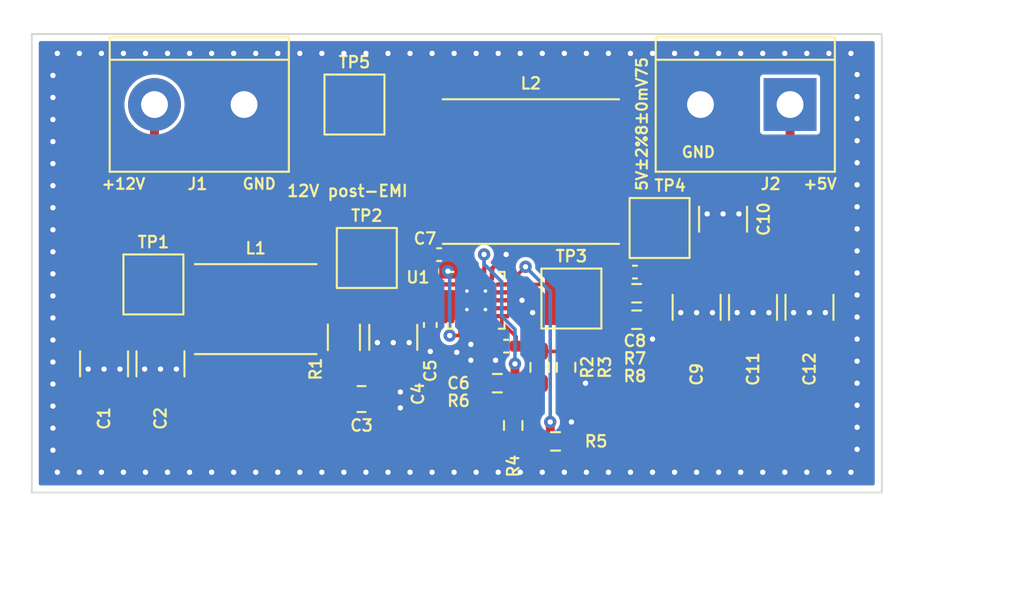
<source format=kicad_pcb>
(kicad_pcb (version 20210925) (generator pcbnew)
  (layers (0 "F.Cu" signal) (31 "B.Cu" signal) (34 "B.Paste" user) (35 "F.Paste" user) (36 "B.SilkS" user "B.Silkscreen") (37 "F.SilkS" user "F.Silkscreen") (38 "B.Mask" user) (39 "F.Mask" user) (44 "Edge.Cuts" user))
  (net 0 "")
  (net 1 "+12V")
  (net 2 "GND")
  (net 3 "Net-(C3-Pad1)")
  (net 4 "Vin")
  (net 5 "Net-(C6-Pad1)")
  (net 6 "/SW")
  (net 7 "Net-(C7-Pad2)")
  (net 8 "+5V")
  (net 9 "/FB")
  (net 10 "/EN")
  (net 11 "Net-(R4-Pad1)")
  (net 12 "/Mode")
  (net 13 "Net-(R6-Pad2)")
  (footprint "Resistor_SMD:R_0603_1608Metric_Pad0.98x0.95mm_HandSolder" (layer "F.Cu") (at 2.1 7.1 -90)
    (fp_text reference "R4" (at 2.3 0 90) (layer "F.SilkS") (effects (font (size 0.65 0.65) (thickness 0.125))))
    (fp_text value "150K")
    (fp_line (start -0.254724 -0.5225) (end 0.254724 -0.5225) (layer "F.SilkS") (width 0.12))
    (fp_line (start -0.254724 0.5225) (end 0.254724 0.5225) (layer "F.SilkS") (width 0.12))
    (pad "1" smd roundrect locked (at -0.9125 0 270) (size 0.975 0.95) (layers "F.Cu" "F.Paste" "F.Mask") (net 11 "Net-(R4-Pad1)"))
    (pad "2" smd roundrect locked (at 0.9125 0 270) (size 0.975 0.95) (layers "F.Cu" "F.Paste" "F.Mask") (net 12 "/Mode"))
  )
  (footprint "Capacitor_SMD:C_1210_3225Metric_Pad1.33x2.70mm_HandSolder" (layer "F.Cu") (at -21.1 3.6 -90)
    (fp_text reference "C1" (at 3.1 0 90) (layer "F.SilkS") (effects (font (size 0.65 0.65) (thickness 0.125))))
    (fp_text value "47u")
    (fp_line (start -0.711252 1.36) (end 0.711252 1.36) (layer "F.SilkS") (width 0.12))
    (fp_line (start -0.711252 -1.36) (end 0.711252 -1.36) (layer "F.SilkS") (width 0.12))
    (pad "1" smd roundrect locked (at -1.5625 0 270) (size 1.325 2.7) (layers "F.Cu" "F.Paste" "F.Mask") (roundrect_rratio 0.188679) (net 1 "+12V"))
    (pad "2" smd roundrect locked (at 1.5625 0 270) (size 1.325 2.7) (layers "F.Cu" "F.Paste" "F.Mask") (roundrect_rratio 0.188679) (net 2 "GND"))
  )
  (footprint "Capacitor_SMD:C_0402_1005Metric_Pad0.74x0.62mm_HandSolder" (layer "F.Cu") (at 1.7 2.6 180)
    (fp_text reference "C6" (at 2.7 -2.1) (layer "F.SilkS") (effects (font (size 0.65 0.65) (thickness 0.125))))
    (fp_text value "39n")
    (fp_line (start -0.115835 0.36) (end 0.115835 0.36) (layer "F.SilkS") (width 0.12))
    (fp_line (start -0.115835 -0.36) (end 0.115835 -0.36) (layer "F.SilkS") (width 0.12))
    (pad "1" smd roundrect locked (at -0.5675 0 180) (size 0.735 0.62) (layers "F.Cu" "F.Paste" "F.Mask") (net 5 "Net-(C6-Pad1)"))
    (pad "2" smd roundrect locked (at 0.5675 0 180) (size 0.735 0.62) (layers "F.Cu" "F.Paste" "F.Mask") (net 2 "GND"))
  )
  (footprint "Capacitor_SMD:C_1210_3225Metric_Pad1.33x2.70mm_HandSolder" (layer "F.Cu") (at -4.7 2.1 -90)
    (fp_text reference "C4" (at 3.2 -1.4 90) (layer "F.SilkS") (effects (font (size 0.65 0.65) (thickness 0.125))))
    (fp_text value "47u")
    (fp_line (start -0.711252 -1.36) (end 0.711252 -1.36) (layer "F.SilkS") (width 0.12))
    (fp_line (start -0.711252 1.36) (end 0.711252 1.36) (layer "F.SilkS") (width 0.12))
    (pad "1" smd roundrect locked (at -1.5625 0 270) (size 1.325 2.7) (layers "F.Cu" "F.Paste" "F.Mask") (roundrect_rratio 0.188679) (net 4 "Vin"))
    (pad "2" smd roundrect locked (at 1.5625 0 270) (size 1.325 2.7) (layers "F.Cu" "F.Paste" "F.Mask") (roundrect_rratio 0.188679) (net 2 "GND"))
  )
  (footprint "Resistor_SMD:R_1206_3216Metric_Pad1.30x1.75mm_HandSolder" (layer "F.Cu") (at -7.5 2.1 -90)
    (fp_text reference "R1" (at 1.8 1.6 90) (layer "F.SilkS") (effects (font (size 0.65 0.65) (thickness 0.125))))
    (fp_text value "100L")
    (fp_line (start -0.727064 0.91) (end 0.727064 0.91) (layer "F.SilkS") (width 0.12))
    (fp_line (start -0.727064 -0.91) (end 0.727064 -0.91) (layer "F.SilkS") (width 0.12))
    (pad "1" smd roundrect locked (at -1.55 0 270) (size 1.3 1.75) (layers "F.Cu" "F.Paste" "F.Mask") (roundrect_rratio 0.192308) (net 4 "Vin"))
    (pad "2" smd roundrect locked (at 1.55 0 270) (size 1.3 1.75) (layers "F.Cu" "F.Paste" "F.Mask") (roundrect_rratio 0.192308) (net 3 "Net-(C3-Pad1)"))
  )
  (footprint "Inductor_SMD:L_Taiyo-Yuden_NR-80xx_HandSoldering" (layer "F.Cu") (at 3.1 -7.3)
    (fp_text reference "L2" (at 0 -5) (layer "F.SilkS") (effects (font (size 0.65 0.65) (thickness 0.125))))
    (fp_text value "10u")
    (fp_line (start -5 4.1) (end 5 4.1) (layer "F.SilkS") (width 0.12))
    (fp_line (start -5 -4.1) (end 5 -4.1) (layer "F.SilkS") (width 0.12))
    (pad "1" smd rect locked (at -3.45 0) (size 3.1 7.7) (layers "F.Cu" "F.Paste" "F.Mask") (net 6 "/SW"))
    (pad "2" smd rect locked (at 3.45 0) (size 3.1 7.7) (layers "F.Cu" "F.Paste" "F.Mask") (net 8 "+5V"))
  )
  (footprint "Capacitor_SMD:C_1210_3225Metric_Pad1.33x2.70mm_HandSolder" (layer "F.Cu") (at 12.5 0.4 -90)
    (fp_text reference "C9" (at 3.8 0 90) (layer "F.SilkS") (effects (font (size 0.65 0.65) (thickness 0.125))))
    (fp_text value "47u")
    (fp_line (start -0.711252 -1.36) (end 0.711252 -1.36) (layer "F.SilkS") (width 0.12))
    (fp_line (start -0.711252 1.36) (end 0.711252 1.36) (layer "F.SilkS") (width 0.12))
    (pad "1" smd roundrect locked (at -1.5625 0 270) (size 1.325 2.7) (layers "F.Cu" "F.Paste" "F.Mask") (roundrect_rratio 0.188679) (net 8 "+5V"))
    (pad "2" smd roundrect locked (at 1.5625 0 270) (size 1.325 2.7) (layers "F.Cu" "F.Paste" "F.Mask") (roundrect_rratio 0.188679) (net 2 "GND"))
  )
  (footprint "Resistor_SMD:R_0603_1608Metric_Pad0.98x0.95mm_HandSolder" (layer "F.Cu") (at 5.1 3.8 -90)
    (fp_text reference "R3" (at 0 -2.2 90) (layer "F.SilkS") (effects (font (size 0.65 0.65) (thickness 0.125))))
    (fp_text value "5K1")
    (fp_line (start -0.254724 -0.5225) (end 0.254724 -0.5225) (layer "F.SilkS") (width 0.12))
    (fp_line (start -0.254724 0.5225) (end 0.254724 0.5225) (layer "F.SilkS") (width 0.12))
    (pad "1" smd roundrect locked (at -0.9125 0 270) (size 0.975 0.95) (layers "F.Cu" "F.Paste" "F.Mask") (net 10 "/EN"))
    (pad "2" smd roundrect locked (at 0.9125 0 270) (size 0.975 0.95) (layers "F.Cu" "F.Paste" "F.Mask") (net 2 "GND"))
  )
  (footprint "Resistor_SMD:R_0603_1608Metric_Pad0.98x0.95mm_HandSolder" (layer "F.Cu") (at 1.2 4.7 180)
    (fp_text reference "R6" (at 2.2 -1) (layer "F.SilkS") (effects (font (size 0.65 0.65) (thickness 0.125))))
    (fp_text value "100K")
    (fp_line (start -0.254724 -0.5225) (end 0.254724 -0.5225) (layer "F.SilkS") (width 0.12))
    (fp_line (start -0.254724 0.5225) (end 0.254724 0.5225) (layer "F.SilkS") (width 0.12))
    (pad "1" smd roundrect locked (at -0.9125 0 180) (size 0.975 0.95) (layers "F.Cu" "F.Paste" "F.Mask") (net 11 "Net-(R4-Pad1)"))
    (pad "2" smd roundrect locked (at 0.9125 0 180) (size 0.975 0.95) (layers "F.Cu" "F.Paste" "F.Mask") (net 13 "Net-(R6-Pad2)"))
  )
  (footprint "TestPoint:TestPoint_Pad_3.0x3.0mm" (layer "F.Cu") (at -18.3 -0.9)
    (fp_text reference "TP1" (at 0 -2.398) (layer "F.SilkS") (effects (font (size 0.65 0.65) (thickness 0.125))))
    (fp_text value "12V")
    (fp_line (start 1.7 1.7) (end -1.7 1.7) (layer "F.SilkS") (width 0.12))
    (fp_line (start -1.7 1.7) (end -1.7 -1.7) (layer "F.SilkS") (width 0.12))
    (fp_line (start -1.7 -1.7) (end 1.7 -1.7) (layer "F.SilkS") (width 0.12))
    (fp_line (start 1.7 -1.7) (end 1.7 1.7) (layer "F.SilkS") (width 0.12))
    (pad "1" smd rect locked (at 0 0) (size 3 3) (layers "F.Cu" "F.Mask") (net 1 "+12V"))
  )
  (footprint "Capacitor_SMD:C_0402_1005Metric_Pad0.74x0.62mm_HandSolder" (layer "F.Cu") (at 9 -1.6 180)
    (fp_text reference "C8" (at 0 -3.9) (layer "F.SilkS") (effects (font (size 0.65 0.65) (thickness 0.125))))
    (fp_text value "47p")
    (fp_line (start -0.115835 0.36) (end 0.115835 0.36) (layer "F.SilkS") (width 0.12))
    (fp_line (start -0.115835 -0.36) (end 0.115835 -0.36) (layer "F.SilkS") (width 0.12))
    (pad "1" smd roundrect locked (at -0.5675 0 180) (size 0.735 0.62) (layers "F.Cu" "F.Paste" "F.Mask") (net 8 "+5V"))
    (pad "2" smd roundrect locked (at 0.5675 0 180) (size 0.735 0.62) (layers "F.Cu" "F.Paste" "F.Mask") (net 9 "/FB"))
  )
  (footprint "Capacitor_SMD:C_1210_3225Metric_Pad1.33x2.70mm_HandSolder" (layer "F.Cu") (at 18.9 0.4 -90)
    (fp_text reference "C12" (at 3.5 0 90) (layer "F.SilkS") (effects (font (size 0.65 0.65) (thickness 0.125))))
    (fp_text value "47u")
    (fp_line (start -0.711252 -1.36) (end 0.711252 -1.36) (layer "F.SilkS") (width 0.12))
    (fp_line (start -0.711252 1.36) (end 0.711252 1.36) (layer "F.SilkS") (width 0.12))
    (pad "1" smd roundrect locked (at -1.5625 0 270) (size 1.325 2.7) (layers "F.Cu" "F.Paste" "F.Mask") (roundrect_rratio 0.188679) (net 8 "+5V"))
    (pad "2" smd roundrect locked (at 1.5625 0 270) (size 1.325 2.7) (layers "F.Cu" "F.Paste" "F.Mask") (roundrect_rratio 0.188679) (net 2 "GND"))
  )
  (footprint "Resistor_SMD:R_0603_1608Metric_Pad0.98x0.95mm_HandSolder" (layer "F.Cu") (at 4.5 8)
    (fp_text reference "R5" (at 2.3 0) (layer "F.SilkS") (effects (font (size 0.65 0.65) (thickness 0.125))))
    (fp_text value "33K")
    (fp_line (start -0.254724 0.5225) (end 0.254724 0.5225) (layer "F.SilkS") (width 0.12))
    (fp_line (start -0.254724 -0.5225) (end 0.254724 -0.5225) (layer "F.SilkS") (width 0.12))
    (pad "1" smd roundrect locked (at -0.9125 0) (size 0.975 0.95) (layers "F.Cu" "F.Paste" "F.Mask") (net 12 "/Mode"))
    (pad "2" smd roundrect locked (at 0.9125 0) (size 0.975 0.95) (layers "F.Cu" "F.Paste" "F.Mask") (net 2 "GND"))
  )
  (footprint "Capacitor_SMD:C_1210_3225Metric_Pad1.33x2.70mm_HandSolder" (layer "F.Cu") (at 15.7 0.4 -90)
    (fp_text reference "C11" (at 3.5 0 90) (layer "F.SilkS") (effects (font (size 0.65 0.65) (thickness 0.125))))
    (fp_text value "47u")
    (fp_line (start -0.711252 -1.36) (end 0.711252 -1.36) (layer "F.SilkS") (width 0.12))
    (fp_line (start -0.711252 1.36) (end 0.711252 1.36) (layer "F.SilkS") (width 0.12))
    (pad "1" smd roundrect locked (at -1.5625 0 270) (size 1.325 2.7) (layers "F.Cu" "F.Paste" "F.Mask") (roundrect_rratio 0.188679) (net 8 "+5V"))
    (pad "2" smd roundrect locked (at 1.5625 0 270) (size 1.325 2.7) (layers "F.Cu" "F.Paste" "F.Mask") (roundrect_rratio 0.188679) (net 2 "GND"))
  )
  (footprint "Resistor_SMD:R_0603_1608Metric_Pad0.98x0.95mm_HandSolder" (layer "F.Cu") (at 9.1 -0.4 180)
    (fp_text reference "R7" (at 0.1 -3.7) (layer "F.SilkS") (effects (font (size 0.65 0.65) (thickness 0.125))))
    (fp_text value "220K")
    (fp_line (start -0.254724 0.5225) (end 0.254724 0.5225) (layer "F.SilkS") (width 0.12))
    (fp_line (start -0.254724 -0.5225) (end 0.254724 -0.5225) (layer "F.SilkS") (width 0.12))
    (pad "1" smd roundrect locked (at -0.9125 0 180) (size 0.975 0.95) (layers "F.Cu" "F.Paste" "F.Mask") (net 8 "+5V"))
    (pad "2" smd roundrect locked (at 0.9125 0 180) (size 0.975 0.95) (layers "F.Cu" "F.Paste" "F.Mask") (net 9 "/FB"))
  )
  (footprint "Resistor_SMD:R_0603_1608Metric_Pad0.98x0.95mm_HandSolder" (layer "F.Cu") (at 9.1 1.1)
    (fp_text reference "R8" (at -0.1 3.2) (layer "F.SilkS") (effects (font (size 0.65 0.65) (thickness 0.125))))
    (fp_text value "30K")
    (fp_line (start -0.254724 0.5225) (end 0.254724 0.5225) (layer "F.SilkS") (width 0.12))
    (fp_line (start -0.254724 -0.5225) (end 0.254724 -0.5225) (layer "F.SilkS") (width 0.12))
    (pad "1" smd roundrect locked (at -0.9125 0) (size 0.975 0.95) (layers "F.Cu" "F.Paste" "F.Mask") (net 9 "/FB"))
    (pad "2" smd roundrect locked (at 0.9125 0) (size 0.975 0.95) (layers "F.Cu" "F.Paste" "F.Mask") (net 2 "GND"))
  )
  (footprint "Capacitor_SMD:C_1210_3225Metric_Pad1.33x2.70mm_HandSolder" (layer "F.Cu") (at -17.9 3.6 -90)
    (fp_text reference "C2" (at 3.1 0 90) (layer "F.SilkS") (effects (font (size 0.65 0.65) (thickness 0.125))))
    (fp_text value "47u")
    (fp_line (start -0.711252 -1.36) (end 0.711252 -1.36) (layer "F.SilkS") (width 0.12))
    (fp_line (start -0.711252 1.36) (end 0.711252 1.36) (layer "F.SilkS") (width 0.12))
    (pad "1" smd roundrect locked (at -1.5625 0 270) (size 1.325 2.7) (layers "F.Cu" "F.Paste" "F.Mask") (roundrect_rratio 0.188679) (net 1 "+12V"))
    (pad "2" smd roundrect locked (at 1.5625 0 270) (size 1.325 2.7) (layers "F.Cu" "F.Paste" "F.Mask") (roundrect_rratio 0.188679) (net 2 "GND"))
  )
  (footprint "Capacitor_SMD:C_1210_3225Metric_Pad1.33x2.70mm_HandSolder" (layer "F.Cu") (at 14 -4.6 90)
    (fp_text reference "C10" (at 0 2.3 90) (layer "F.SilkS") (effects (font (size 0.65 0.65) (thickness 0.125))))
    (fp_text value "47u")
    (fp_line (start -0.711252 -1.36) (end 0.711252 -1.36) (layer "F.SilkS") (width 0.12))
    (fp_line (start -0.711252 1.36) (end 0.711252 1.36) (layer "F.SilkS") (width 0.12))
    (pad "1" smd roundrect locked (at -1.5625 0 90) (size 1.325 2.7) (layers "F.Cu" "F.Paste" "F.Mask") (roundrect_rratio 0.188679) (net 8 "+5V"))
    (pad "2" smd roundrect locked (at 1.5625 0 90) (size 1.325 2.7) (layers "F.Cu" "F.Paste" "F.Mask") (roundrect_rratio 0.188679) (net 2 "GND"))
  )
  (footprint "TestPoint:TestPoint_Pad_3.0x3.0mm" (layer "F.Cu") (at 10.4 -4.1)
    (fp_text reference "TP4" (at 0.6 -2.4) (layer "F.SilkS") (effects (font (size 0.65 0.65) (thickness 0.125))))
    (fp_text value "5V±2%8±0mV75" (at -1 -5.9 90) (layer "F.SilkS") (effects (font (size 0.61 0.61) (thickness 0.125))))
    (fp_line (start -1.7 1.7) (end -1.7 -1.7) (layer "F.SilkS") (width 0.12))
    (fp_line (start -1.7 -1.7) (end 1.7 -1.7) (layer "F.SilkS") (width 0.12))
    (fp_line (start 1.7 1.7) (end -1.7 1.7) (layer "F.SilkS") (width 0.12))
    (fp_line (start 1.7 -1.7) (end 1.7 1.7) (layer "F.SilkS") (width 0.12))
    (pad "1" smd rect locked (at 0 0) (size 3 3) (layers "F.Cu" "F.Mask") (net 8 "+5V"))
  )
  (footprint "Resistor_SMD:R_0805_2012Metric_Pad1.20x1.40mm_HandSolder" (layer "F.Cu") (at -6.5 5.6)
    (fp_text reference "C3" (at 0 1.5) (layer "F.SilkS") (effects (font (size 0.65 0.65) (thickness 0.125))))
    (fp_text value "22u")
    (fp_line (start -0.227064 0.735) (end 0.227064 0.735) (layer "F.SilkS") (width 0.12))
    (fp_line (start -0.227064 -0.735) (end 0.227064 -0.735) (layer "F.SilkS") (width 0.12))
    (pad "1" smd roundrect locked (at -1 0) (size 1.2 1.4) (layers "F.Cu" "F.Paste" "F.Mask") (roundrect_rratio 0.208333) (net 3 "Net-(C3-Pad1)"))
    (pad "2" smd roundrect locked (at 1 0) (size 1.2 1.4) (layers "F.Cu" "F.Paste" "F.Mask") (roundrect_rratio 0.208333) (net 2 "GND"))
  )
  (footprint "Capacitor_SMD:C_0402_1005Metric_Pad0.74x0.62mm_HandSolder" (layer "F.Cu") (at -2.6 1.4 -90)
    (fp_text reference "C5" (at 2.6 0 90) (layer "F.SilkS") (effects (font (size 0.65 0.65) (thickness 0.125))))
    (fp_text value "100n")
    (fp_line (start -0.115835 -0.36) (end 0.115835 -0.36) (layer "F.SilkS") (width 0.12))
    (fp_line (start -0.115835 0.36) (end 0.115835 0.36) (layer "F.SilkS") (width 0.12))
    (pad "1" smd roundrect locked (at -0.5675 0 270) (size 0.735 0.62) (layers "F.Cu" "F.Paste" "F.Mask") (net 4 "Vin"))
    (pad "2" smd roundrect locked (at 0.5675 0 270) (size 0.735 0.62) (layers "F.Cu" "F.Paste" "F.Mask") (net 2 "GND"))
  )
  (footprint "TerminalBlock:TerminalBlock_bornier-2_P5.08mm" (layer "F.Cu") (at 17.8 -11.1 180)
    (fp_text reference "J2" (at 1.1 -4.5) (layer "F.SilkS") (effects (font (size 0.65 0.65) (thickness 0.125))))
    (fp_text value "Screw_Terminal_01x02")
    (fp_line (start -2.54 -3.81) (end -2.54 3.81) (layer "F.SilkS") (width 0.12))
    (fp_line (start 7.62 3.81) (end 7.62 -3.81) (layer "F.SilkS") (width 0.12))
    (fp_line (start -2.54 3.81) (end 7.62 3.81) (layer "F.SilkS") (width 0.12))
    (fp_line (start 7.62 2.54) (end -2.54 2.54) (layer "F.SilkS") (width 0.12))
    (fp_line (start 7.62 -3.81) (end -2.54 -3.81) (layer "F.SilkS") (width 0.12))
    (pad "1" thru_hole rect locked (at 0 0 180) (size 3 3) (drill 1.52) (layers *.Cu *.Mask) (net 8 "+5V"))
    (pad "2" thru_hole circle locked (at 5.08 0 180) (size 3 3) (drill 1.52) (layers *.Cu *.Mask) (net 2 "GND"))
  )
  (footprint "Inductor_SMD:L_Taiyo-Yuden_NR-50xx_HandSoldering" (layer "F.Cu") (at -12.5 0.5)
    (fp_text reference "L1" (at 0 -3.45) (layer "F.SilkS") (effects (font (size 0.65 0.65) (thickness 0.125))))
    (fp_text value "470n")
    (fp_line (start -3.45 -2.55) (end 3.45 -2.55) (layer "F.SilkS") (width 0.12))
    (fp_line (start -3.45 2.55) (end 3.45 2.55) (layer "F.SilkS") (width 0.12))
    (pad "1" smd rect locked (at -2.25 0) (size 2.4 4.2) (layers "F.Cu" "F.Paste" "F.Mask") (net 1 "+12V"))
    (pad "2" smd rect locked (at 2.25 0) (size 2.4 4.2) (layers "F.Cu" "F.Paste" "F.Mask") (net 4 "Vin"))
  )
  (footprint "TestPoint:TestPoint_Pad_3.0x3.0mm" (layer "F.Cu") (at 5.4 -0.1)
    (fp_text reference "TP3" (at 0 -2.398) (layer "F.SilkS") (effects (font (size 0.65 0.65) (thickness 0.125))))
    (fp_text value "0V6±2%")
    (fp_line (start 1.7 -1.7) (end 1.7 1.7) (layer "F.SilkS") (width 0.12))
    (fp_line (start 1.7 1.7) (end -1.7 1.7) (layer "F.SilkS") (width 0.12))
    (fp_line (start -1.7 -1.7) (end 1.7 -1.7) (layer "F.SilkS") (width 0.12))
    (fp_line (start -1.7 1.7) (end -1.7 -1.7) (layer "F.SilkS") (width 0.12))
    (pad "1" smd rect locked (at 0 0) (size 3 3) (layers "F.Cu" "F.Mask") (net 9 "/FB"))
  )
  (footprint "TestPoint:TestPoint_Pad_3.0x3.0mm" (layer "F.Cu") (at -6.2 -2.4)
    (fp_text reference "TP2" (at 0 -2.398) (layer "F.SilkS") (effects (font (size 0.65 0.65) (thickness 0.125))))
    (fp_text value "12V post-EMI" (at -1.1 -3.8) (layer "F.SilkS") (effects (font (size 0.65 0.65) (thickness 0.125))))
    (fp_line (start 1.7 -1.7) (end 1.7 1.7) (layer "F.SilkS") (width 0.12))
    (fp_line (start 1.7 1.7) (end -1.7 1.7) (layer "F.SilkS") (width 0.12))
    (fp_line (start -1.7 -1.7) (end 1.7 -1.7) (layer "F.SilkS") (width 0.12))
    (fp_line (start -1.7 1.7) (end -1.7 -1.7) (layer "F.SilkS") (width 0.12))
    (pad "1" smd rect locked (at 0 0) (size 3 3) (layers "F.Cu" "F.Mask") (net 4 "Vin"))
  )
  (footprint "Capacitor_SMD:C_0402_1005Metric_Pad0.74x0.62mm_HandSolder" (layer "F.Cu") (at -2.1 -2.59 180)
    (fp_text reference "C7" (at 0.8 0.91) (layer "F.SilkS") (effects (font (size 0.65 0.65) (thickness 0.125))))
    (fp_text value "100n")
    (fp_line (start -0.115835 -0.36) (end 0.115835 -0.36) (layer "F.SilkS") (width 0.12))
    (fp_line (start -0.115835 0.36) (end 0.115835 0.36) (layer "F.SilkS") (width 0.12))
    (pad "1" smd roundrect locked (at -0.5675 0 180) (size 0.735 0.62) (layers "F.Cu" "F.Paste" "F.Mask") (net 6 "/SW"))
    (pad "2" smd roundrect locked (at 0.5675 0 180) (size 0.735 0.62) (layers "F.Cu" "F.Paste" "F.Mask") (net 7 "Net-(C7-Pad2)"))
  )
  (footprint "Resistor_SMD:R_0603_1608Metric_Pad0.98x0.95mm_HandSolder" (layer "F.Cu") (at 3.6 3.8 90)
    (fp_text reference "R2" (at 0 2.7 90) (layer "F.SilkS") (effects (font (size 0.65 0.65) (thickness 0.125))))
    (fp_text value "26K1")
    (fp_line (start -0.254724 -0.5225) (end 0.254724 -0.5225) (layer "F.SilkS") (width 0.12))
    (fp_line (start -0.254724 0.5225) (end 0.254724 0.5225) (layer "F.SilkS") (width 0.12))
    (pad "1" smd roundrect locked (at -0.9125 0 90) (size 0.975 0.95) (layers "F.Cu" "F.Paste" "F.Mask") (net 4 "Vin"))
    (pad "2" smd roundrect locked (at 0.9125 0 90) (size 0.975 0.95) (layers "F.Cu" "F.Paste" "F.Mask") (net 10 "/EN"))
  )
  (footprint "TerminalBlock:TerminalBlock_bornier-2_P5.08mm" (layer "F.Cu") (at -13.16 -11.1 180)
    (fp_text reference "J1" (at 2.64 -4.5) (layer "F.SilkS") (effects (font (size 0.65 0.65) (thickness 0.125))))
    (fp_text value "Screw_Terminal_01x02")
    (fp_line (start 7.62 -3.81) (end -2.54 -3.81) (layer "F.SilkS") (width 0.12))
    (fp_line (start 7.62 2.54) (end -2.54 2.54) (layer "F.SilkS") (width 0.12))
    (fp_line (start -2.54 -3.81) (end -2.54 3.81) (layer "F.SilkS") (width 0.12))
    (fp_line (start -2.54 3.81) (end 7.62 3.81) (layer "F.SilkS") (width 0.12))
    (fp_line (start 7.62 3.81) (end 7.62 -3.81) (layer "F.SilkS") (width 0.12))
    (pad "1" thru_hole rect locked (at 0 0 180) (size 3 3) (drill 1.52) (layers *.Cu *.Mask) (net 2 "GND"))
    (pad "2" thru_hole circle locked (at 5.08 0 180) (size 3 3) (drill 1.52) (layers *.Cu *.Mask) (net 1 "+12V"))
  )
  (footprint "TestPoint:TestPoint_Pad_3.0x3.0mm" (layer "F.Cu") (at -6.9 -11.1)
    (fp_text reference "TP5" (at 0 -2.398) (layer "F.SilkS") (effects (font (size 0.65 0.65) (thickness 0.125))))
    (fp_text value "GND")
    (fp_line (start -1.7 1.7) (end -1.7 -1.7) (layer "F.SilkS") (width 0.12))
    (fp_line (start 1.7 1.7) (end -1.7 1.7) (layer "F.SilkS") (width 0.12))
    (fp_line (start 1.7 -1.7) (end 1.7 1.7) (layer "F.SilkS") (width 0.12))
    (fp_line (start -1.7 -1.7) (end 1.7 -1.7) (layer "F.SilkS") (width 0.12))
    (pad "1" smd rect locked (at 0 0) (size 3 3) (layers "F.Cu" "F.Mask") (net 2 "GND"))
  )
  (footprint "Package_DFN_QFN:VQFN-20-1EP_3x3mm_P0.45mm_EP1.55x1.55mm_ThermalVias" (layer "F.Cu") (at 0 0)
    (fp_text reference "U1" (at -3.3 -1.3) (layer "F.SilkS") (effects (font (size 0.65 0.65) (thickness 0.125))))
    (fp_text value "TPS51396A")
    (fp_line (start 1.285 -1.61) (end 1.61 -1.61) (layer "F.SilkS") (width 0.12))
    (fp_line (start -1.285 1.61) (end -1.61 1.61) (layer "F.SilkS") (width 0.12))
    (fp_line (start 1.285 1.61) (end 1.61 1.61) (layer "F.SilkS") (width 0.12))
    (fp_line (start 1.61 1.61) (end 1.61 1.285) (layer "F.SilkS") (width 0.12))
    (fp_line (start -1.61 1.61) (end -1.61 1.285) (layer "F.SilkS") (width 0.12))
    (fp_line (start -1.285 -1.61) (end -1.61 -1.61) (layer "F.SilkS") (width 0.12))
    (fp_line (start 1.61 -1.61) (end 1.61 -1.285) (layer "F.SilkS") (width 0.12))
    (pad "1" smd custom locked (at -1.45 -0.9) (size 0.143934 0.143934) (layers "F.Cu" "F.Paste" "F.Mask") (net 7 "Net-(C7-Pad2)") (options (clearance outline) (anchor circle)) (primitives (gr_poly (pts (xy 0.375 0.045711) (xy 0.375 0.075) (xy -0.375 0.075) (xy -0.375 -0.075) (xy 0.254289 -0.075)) (width 0.1) (fill yes))))
    (pad "2" smd roundrect locked (at -1.45 -0.45) (size 0.85 0.25) (layers "F.Cu" "F.Paste" "F.Mask") (net 4 "Vin"))
    (pad "3" smd roundrect locked (at -1.45 0) (size 0.85 0.25) (layers "F.Cu" "F.Paste" "F.Mask") (net 4 "Vin"))
    (pad "4" smd roundrect locked (at -1.45 0.45) (size 0.85 0.25) (layers "F.Cu" "F.Paste" "F.Mask") (net 4 "Vin"))
    (pad "5" smd custom locked (at -1.45 0.9) (size 0.143934 0.143934) (layers "F.Cu" "F.Paste" "F.Mask") (net 4 "Vin") (options (clearance outline) (anchor circle)) (primitives (gr_poly (pts (xy 0.375 -0.045711) (xy 0.254289 0.075) (xy -0.375 0.075) (xy -0.375 -0.075) (xy 0.375 -0.075)) (width 0.1) (fill yes))))
    (pad "6" smd custom locked (at -0.9 1.45) (size 0.143934 0.143934) (layers "F.Cu" "F.Paste" "F.Mask") (net 6 "/SW") (options (clearance outline) (anchor circle)) (primitives (gr_poly (pts (xy 0.075 0.375) (xy -0.075 0.375) (xy -0.075 -0.254289) (xy 0.045711 -0.375) (xy 0.075 -0.375)) (width 0.1) (fill yes))))
    (pad "7" smd roundrect locked (at -0.45 1.45) (size 0.25 0.85) (layers "F.Cu" "F.Paste" "F.Mask") (net 2 "GND"))
    (pad "8" smd roundrect locked (at 0 1.45) (size 0.25 0.85) (layers "F.Cu" "F.Paste" "F.Mask") (net 2 "GND"))
    (pad "9" smd roundrect locked (at 0.45 1.45) (size 0.25 0.85) (layers "F.Cu" "F.Paste" "F.Mask") (net 13 "Net-(R6-Pad2)"))
    (pad "10" smd custom locked (at 0.9 1.45) (size 0.143934 0.143934) (layers "F.Cu" "F.Paste" "F.Mask") (net 2 "GND") (options (clearance outline) (anchor circle)) (primitives (gr_poly (pts (xy 0.075 -0.254289) (xy 0.075 0.375) (xy -0.075 0.375) (xy -0.075 -0.375) (xy -0.045711 -0.375)) (width 0.1) (fill yes))))
    (pad "11" smd custom locked (at 1.45 0.9) (size 0.143934 0.143934) (layers "F.Cu" "F.Paste" "F.Mask") (net 5 "Net-(C6-Pad1)") (options (clearance outline) (anchor circle)) (primitives (gr_poly (pts (xy 0.375 0.075) (xy -0.254289 0.075) (xy -0.375 -0.045711) (xy -0.375 -0.075) (xy 0.375 -0.075)) (width 0.1) (fill yes))))
    (pad "12" smd roundrect locked (at 1.45 0.45) (size 0.85 0.25) (layers "F.Cu" "F.Paste" "F.Mask") (net 10 "/EN"))
    (pad "13" smd roundrect locked (at 1.45 0) (size 0.85 0.25) (layers "F.Cu" "F.Paste" "F.Mask") (net 2 "GND"))
    (pad "14" smd roundrect locked (at 1.45 -0.45) (size 0.85 0.25) (layers "F.Cu" "F.Paste" "F.Mask") (net 9 "/FB"))
    (pad "15" smd custom locked (at 1.45 -0.9) (size 0.143934 0.143934) (layers "F.Cu" "F.Paste" "F.Mask") (net 12 "/Mode") (options (clearance outline) (anchor circle)) (primitives (gr_poly (pts (xy 0.375 0.075) (xy -0.375 0.075) (xy -0.375 0.045711) (xy -0.254289 -0.075) (xy 0.375 -0.075)) (width 0.1) (fill yes))))
    (pad "16" smd custom locked (at 0.9 -1.45) (size 0.143934 0.143934) (layers "F.Cu" "F.Paste" "F.Mask") (net 2 "GND") (options (clearance outline) (anchor circle)) (primitives (gr_poly (pts (xy 0.075 0.254289) (xy -0.045711 0.375) (xy -0.075 0.375) (xy -0.075 -0.375) (xy 0.075 -0.375)) (width 0.1) (fill yes))))
    (pad "17" smd roundrect locked (at 0.45 -1.45) (size 0.25 0.85) (layers "F.Cu" "F.Paste" "F.Mask") (net 11 "Net-(R4-Pad1)"))
    (pad "18" smd roundrect locked (at 0 -1.45) (size 0.25 0.85) (layers "F.Cu" "F.Paste" "F.Mask") (net 2 "GND"))
    (pad "19" smd roundrect locked (at -0.45 -1.45) (size 0.25 0.85) (layers "F.Cu" "F.Paste" "F.Mask") (net 6 "/SW"))
    (pad "20" smd custom locked (at -0.9 -1.45) (size 0.143934 0.143934) (layers "F.Cu" "F.Paste" "F.Mask") (net 6 "/SW") (options (clearance outline) (anchor circle)) (primitives (gr_poly (pts (xy 0.075 0.375) (xy 0.045711 0.375) (xy -0.075 0.254289) (xy -0.075 -0.375) (xy 0.075 -0.375)) (width 0.1) (fill yes))))
    (pad "21" thru_hole circle locked (at 0.525 0.525) (size 0.5 0.5) (drill 0.2) (layers *.Cu) (net 2 "GND"))
    (pad "21" smd rect locked (at 0 0) (size 1.55 1.55) (layers "B.Cu") (net 2 "GND"))
    (pad "21" thru_hole circle locked (at -0.525 0.525) (size 0.5 0.5) (drill 0.2) (layers *.Cu) (net 2 "GND"))
    (pad "21" thru_hole circle locked (at 0.525 -0.525) (size 0.5 0.5) (drill 0.2) (layers *.Cu) (net 2 "GND"))
    (pad "21" thru_hole circle locked (at -0.525 -0.525) (size 0.5 0.5) (drill 0.2) (layers *.Cu) (net 2 "GND"))
    (pad "21" smd rect locked (at 0 0) (size 1.55 1.55) (layers "F.Cu" "F.Mask") (net 2 "GND"))
  )
  (gr_rect (start -25.2 -15.1) (end 23 10.9) (layer "Edge.Cuts") (width 0.1) (fill none))
  (gr_text "+5V" (at 19.5 -6.6) (layer "F.SilkS") (effects (font (size 0.61 0.61) (thickness 0.125))))
  (gr_text "GND" (at 12.6 -8.4) (layer "F.SilkS") (effects (font (size 0.61 0.61) (thickness 0.125))))
  (gr_text "GND" (at -12.3 -6.6) (layer "F.SilkS") (effects (font (size 0.61 0.61) (thickness 0.125))))
  (gr_text "+12V" (at -20 -6.6) (layer "F.SilkS") (effects (font (size 0.61 0.61) (thickness 0.125))))
  (segment (start -18.24 -0.96) (end -18.3 -0.9) (width 0.508) (layer "F.Cu") (net 1))
  (segment (start -18.24 -11.1) (end -18.24 -0.96) (width 0.508) (layer "F.Cu") (net 1))
  (segment (start 1.45 0) (end 2.6 0) (width 0.2) (layer "F.Cu") (net 2))
  (segment (start 1.7 -2.6) (end 0.90152 -1.80152) (width 0.254) (layer "F.Cu") (net 2))
  (segment (start 0.9 2.3675) (end 1.1325 2.6) (width 0.2) (layer "F.Cu") (net 2))
  (segment (start 10 1.1475) (end 10.0475 1.1) (width 0.508) (layer "F.Cu") (net 2))
  (segment (start 6.2 4.7) (end 5.125 4.7) (width 0.508) (layer "F.Cu") (net 2))
  (segment (start 0.90152 -1.80152) (end 0.90152 -1.45) (width 0.254) (layer "F.Cu") (net 2))
  (segment (start 1.45 0) (end 0 0) (width 0.2) (layer "F.Cu") (net 2))
  (segment (start 0 0) (end 0 -1.45) (width 0.2) (layer "F.Cu") (net 2))
  (segment (start -1.1 2.95) (end -0.75 2.95) (width 0.508) (layer "F.Cu") (net 2))
  (segment (start 1.1 2.6325) (end 1.1325 2.6) (width 0.508) (layer "F.Cu") (net 2))
  (segment (start 3.2 0.7) (end 3.1 0.5) (width 0.508) (layer "F.Cu") (net 2))
  (segment (start 0.9 1.45) (end 0.9 2.3675) (width 0.2) (layer "F.Cu") (net 2))
  (segment (start -0.12852 -0.12852) (end -0.12852 3.22852) (width 0.508) (layer "F.Cu") (net 2))
  (segment (start 0.525 0.171447) (end 0.696447 0) (width 0.2) (layer "F.Cu") (net 2))
  (segment (start -0.3 0.3) (end 0 0) (width 0.508) (layer "F.Cu") (net 2))
  (segment (start -0.3 3.4) (end -0.3 2.5) (width 0.508) (layer "F.Cu") (net 2))
  (segment (start -0.525 -0.525) (end -0.12852 -0.12852) (width 0.508) (layer "F.Cu") (net 2))
  (segment (start 5.4 7.9875) (end 5.4125 8) (width 0.508) (layer "F.Cu") (net 2))
  (segment (start 0.525 0.525) (end 0.525 0.171447) (width 0.2) (layer "F.Cu") (net 2))
  (segment (start 5.125 4.7) (end 5.1 4.725) (width 0.508) (layer "F.Cu") (net 2))
  (segment (start 10 2.2) (end 10 1.1475) (width 0.508) (layer "F.Cu") (net 2))
  (segment (start -0.12852 3.22852) (end -0.3 3.4) (width 0.508) (layer "F.Cu") (net 2))
  (segment (start -0.3 2.5) (end -0.3 0.3) (width 0.508) (layer "F.Cu") (net 2))
  (segment (start 0.696447 0) (end 1.45 0) (width 0.2) (layer "F.Cu") (net 2))
  (segment (start 3.1 0.5) (end 2.6 0) (width 0.508) (layer "F.Cu") (net 2))
  (segment (start -0.75 2.95) (end -0.3 3.4) (width 0.508) (layer "F.Cu") (net 2))
  (segment (start 5.4 6.9) (end 5.4 7.9875) (width 0.508) (layer "F.Cu") (net 2))
  (segment (start -2.6 2.9) (end -2.6 1.9675) (width 0.508) (layer "F.Cu") (net 2))
  (segment (start 1.1 3.4) (end 1.1 2.6325) (width 0.508) (layer "F.Cu") (net 2))
  (segment (start -0.75 2.95) (end -0.3 2.5) (width 0.508) (layer "F.Cu") (net 2))
  (segment (start -13.16 -11.1) (end -6.9 -11.1) (width 0.508) (layer "F.Cu") (net 2))
  (segment (start 0.525 -0.525) (end 0.525 -0.171447) (width 0.2) (layer "F.Cu") (net 2))
  (segment (start 0.525 -0.171447) (end 0.696447 0) (width 0.2) (layer "F.Cu") (net 2))
  (via (at 20 -14) (size 0.7) (drill 0.3) (layers "F.Cu" "B.Cu") (net 2))
  (via (at -18.8 3.9) (size 0.7) (drill 0.3) (layers "F.Cu" "B.Cu") (net 2))
  (via (at -24 3.5) (size 0.7) (drill 0.3) (layers "F.Cu" "B.Cu") (net 2))
  (via (at 13.1 -4.9) (size 0.7) (drill 0.3) (layers "F.Cu" "B.Cu") (net 2))
  (via (at -24 -5.25) (size 0.7) (drill 0.3) (layers "F.Cu" "B.Cu") (net 2))
  (via (at -15 -14) (size 0.7) (drill 0.3) (layers "F.Cu" "B.Cu") (net 2))
  (via (at 5 9.75) (size 0.7) (drill 0.3) (layers "F.Cu" "B.Cu") (net 2))
  (via (at 16.6 0.7) (size 0.7) (drill 0.3) (layers "F.Cu" "B.Cu") (net 2))
  (via (at 6.25 -14) (size 0.7) (drill 0.3) (layers "F.Cu" "B.Cu") (net 2))
  (via (at 21.6 -7.8) (size 0.7) (drill 0.3) (layers "F.Cu" "B.Cu") (net 2))
  (via (at 5 -14) (size 0.7) (drill 0.3) (layers "F.Cu" "B.Cu") (net 2))
  (via (at 17.5 9.75) (size 0.7) (drill 0.3) (layers "F.Cu" "B.Cu") (net 2))
  (via (at 2.6 0) (size 0.7) (drill 0.3) (layers "F.Cu" "B.Cu") (net 2))
  (via (at -21.1 3.9) (size 0.7) (drill 0.3) (layers "F.Cu" "B.Cu") (net 2))
  (via (at -4.3 5.2) (size 0.7) (drill 0.3) (layers "F.Cu" "B.Cu") (net 2))
  (via (at 21.6 -12.8) (size 0.7) (drill 0.3) (layers "F.Cu" "B.Cu") (net 2))
  (via (at 18 0.7) (size 0.7) (drill 0.3) (layers "F.Cu" "B.Cu") (net 2))
  (via (at 10 2.2) (size 0.7) (drill 0.3) (layers "F.Cu" "B.Cu") (net 2))
  (via (at 11.25 -14) (size 0.7) (drill 0.3) (layers "F.Cu" "B.Cu") (net 2))
  (via (at 11.6 0.7) (size 0.7) (drill 0.3) (layers "F.Cu" "B.Cu") (net 2))
  (via (at -13.75 9.75) (size 0.7) (drill 0.3) (layers "F.Cu" "B.Cu") (net 2))
  (via (at -2.5 9.75) (size 0.7) (drill 0.3) (layers "F.Cu" "B.Cu") (net 2))
  (via (at 10 9.75) (size 0.7) (drill 0.3) (layers "F.Cu" "B.Cu") (net 2))
  (via (at -12.5 -14) (size 0.7) (drill 0.3) (layers "F.Cu" "B.Cu") (net 2))
  (via (at 6.2 4.7) (size 0.7) (drill 0.3) (layers "F.Cu" "B.Cu") (net 2))
  (via (at 3.75 9.75) (size 0.7) (drill 0.3) (layers "F.Cu" "B.Cu") (net 2))
  (via (at -8.75 -14) (size 0.7) (drill 0.3) (layers "F.Cu" "B.Cu") (net 2))
  (via (at -23.75 -14) (size 0.7) (drill 0.3) (layers "F.Cu" "B.Cu") (net 2))
  (via (at -20.2 3.9) (size 0.7) (drill 0.3) (layers "F.Cu" "B.Cu") (net 2))
  (via (at -24 4.75) (size 0.7) (drill 0.3) (layers "F.Cu" "B.Cu") (net 2))
  (via (at -7.5 -14) (size 0.7) (drill 0.3) (layers "F.Cu" "B.Cu") (net 2))
  (via (at 6.25 9.75) (size 0.7) (drill 0.3) (layers "F.Cu" "B.Cu") (net 2))
  (via (at 15 -14) (size 0.7) (drill 0.3) (layers "F.Cu" "B.Cu") (net 2))
  (via (at -20 9.75) (size 0.7) (drill 0.3) (layers "F.Cu" "B.Cu") (net 2))
  (via (at -6.25 9.75) (size 0.7) (drill 0.3) (layers "F.Cu" "B.Cu") (net 2))
  (via (at -0.3 3.4) (size 0.7) (drill 0.3) (layers "F.Cu" "B.Cu") (net 2))
  (via (at -3.75 -14) (size 0.7) (drill 0.3) (layers "F.Cu" "B.Cu") (net 2))
  (via (at -8.75 9.75) (size 0.7) (drill 0.3) (layers "F.Cu" "B.Cu") (net 2))
  (via (at -1.1 2.95) (size 0.7) (drill 0.3) (layers "F.Cu" "B.Cu") (net 2))
  (via (at -24 -1.5) (size 0.7) (drill 0.3) (layers "F.Cu" "B.Cu") (net 2))
  (via (at 18.75 9.75) (size 0.7) (drill 0.3) (layers "F.Cu" "B.Cu") (net 2))
  (via (at -24 2.25) (size 0.7) (drill 0.3) (layers "F.Cu" "B.Cu") (net 2))
  (via (at -24 1) (size 0.7) (drill 0.3) (layers "F.Cu" "B.Cu") (net 2))
  (via (at 21.6 3.45) (size 0.7) (drill 0.3) (layers "F.Cu" "B.Cu") (net 2))
  (via (at 0 9.75) (size 0.7) (drill 0.3) (layers "F.Cu" "B.Cu") (net 2))
  (via (at -1.25 9.75) (size 0.7) (drill 0.3) (layers "F.Cu" "B.Cu") (net 2))
  (via (at 21.6 4.7) (size 0.7) (drill 0.3) (layers "F.Cu" "B.Cu") (net 2))
  (via (at -21.25 -14) (size 0.7) (drill 0.3) (layers "F.Cu" "B.Cu") (net 2))
  (via (at -24 -4) (size 0.7) (drill 0.3) (layers "F.Cu" "B.Cu") (net 2))
  (via (at 16.25 9.75) (size 0.7) (drill 0.3) (layers "F.Cu" "B.Cu") (net 2))
  (via (at -23.75 9.75) (size 0.7) (drill 0.3) (layers "F.Cu" "B.Cu") (net 2))
  (via (at -24 6) (size 0.7) (drill 0.3) (layers "F.Cu" "B.Cu") (net 2))
  (via (at 13.75 9.75) (size 0.7) (drill 0.3) (layers "F.Cu" "B.Cu") (net 2))
  (via (at -5 -14) (size 0.7) (drill 0.3) (layers "F.Cu" "B.Cu") (net 2))
  (via (at -18.75 9.75) (size 0.7) (drill 0.3) (layers "F.Cu" "B.Cu") (net 2))
  (via (at -22.5 9.75) (size 0.7) (drill 0.3) (layers "F.Cu" "B.Cu") (net 2))
  (via (at -4.3 6.1) (size 0.7) (drill 0.3) (layers "F.Cu" "B.Cu") (net 2))
  (via (at -0.3 2.5) (size 0.7) (drill 0.3) (layers "F.Cu" "B.Cu") (net 2))
  (via (at -13.75 -14) (size 0.7) (drill 0.3) (layers "F.Cu" "B.Cu") (net 2))
  (via (at 0 -14) (size 0.7) (drill 0.3) (layers "F.Cu" "B.Cu") (net 2))
  (via (at 19.8 0.7) (size 0.7) (drill 0.3) (layers "F.Cu" "B.Cu") (net 2))
  (via (at -6.25 -14) (size 0.7) (drill 0.3) (layers "F.Cu" "B.Cu") (net 2))
  (via (at -16.25 9.75) (size 0.7) (drill 0.3) (layers "F.Cu" "B.Cu") (net 2))
  (via (at 21.25 -14) (size 0.7) (drill 0.3) (layers "F.Cu" "B.Cu") (net 2))
  (via (at 14.8 0.7) (size 0.7) (drill 0.3) (layers "F.Cu" "B.Cu") (net 2))
  (via (at -15 9.75) (size 0.7) (drill 0.3) (layers "F.Cu" "B.Cu") (net 2))
  (via (at 14.9 -4.9) (size 0.7) (drill 0.3) (layers "F.Cu" "B.Cu") (net 2))
  (via (at -17.5 -14) (size 0.7) (drill 0.3) (layers "F.Cu" "B.Cu") (net 2))
  (via (at 21.6 -4.05) (size 0.7) (drill 0.3) (layers "F.Cu" "B.Cu") (net 2))
  (via (at 21.6 -5.3) (size 0.7) (drill 0.3) (layers "F.Cu" "B.Cu") (net 2))
  (via (at -11.25 -14) (size 0.7) (drill 0.3) (layers "F.Cu" "B.Cu") (net 2))
  (via (at 8.75 9.75) (size 0.7) (drill 0.3) (layers "F.Cu" "B.Cu") (net 2))
  (via (at -4.7 2.4) (size 0.7) (drill 0.3) (layers "F.Cu" "B.Cu") (net 2))
  (via (at 21.6 -6.55) (size 0.7) (drill 0.3) (layers "F.Cu" "B.Cu") (net 2))
  (via (at 7.5 -14) (size 0.7) (drill 0.3) (layers "F.Cu" "B.Cu") (net 2))
  (via (at -24 -6.5) (size 0.7) (drill 0.3) (layers "F.Cu" "B.Cu") (net 2))
  (via (at 21.6 -1.55) (size 0.7) (drill 0.3) (layers "F.Cu" "B.Cu") (net 2))
  (via (at 21.6 2.2) (size 0.7) (drill 0.3) (layers "F.Cu" "B.Cu") (net 2))
  (via (at 1.25 -14) (size 0.7) (drill 0.3) (layers "F.Cu" "B.Cu") (net 2))
  (via (at 21.6 -10.3) (size 0.7) (drill 0.3) (layers "F.Cu" "B.Cu") (net 2))
  (via (at -22 3.9) (size 0.7) (drill 0.3) (layers "F.Cu" "B.Cu") (net 2))
  (via (at -18.75 -14) (size 0.7) (drill 0.3) (layers "F.Cu" "B.Cu") (net 2))
  (via (at -24 -9) (size 0.7) (drill 0.3) (layers "F.Cu" "B.Cu") (net 2))
  (via (at -17.5 9.75) (size 0.7) (drill 0.3) (layers "F.Cu" "B.Cu") (net 2))
  (via (at 2.5 -14) (size 0.7) (drill 0.3) (layers "F.Cu" "B.Cu") (net 2))
  (via (at -7.5 9.75) (size 0.7) (drill 0.3) (layers "F.Cu" "B.Cu") (net 2))
  (via (at 12.5 9.75) (size 0.7) (drill 0.3) (layers "F.Cu" "B.Cu") (net 2))
  (via (at 21.6 5.95) (size 0.7) (drill 0.3) (layers "F.Cu" "B.Cu") (net 2))
  (via (at -17 3.9) (size 0.7) (drill 0.3) (layers "F.Cu" "B.Cu") (net 2))
  (via (at 7.5 9.75) (size 0.7) (drill 0.3) (layers "F.Cu" "B.Cu") (net 2))
  (via (at -1.25 -14) (size 0.7) (drill 0.3) (layers "F.Cu" "B.Cu") (net 2))
  (via (at 18.75 -14) (size 0.7) (drill 0.3) (layers "F.Cu" "B.Cu") (net 2))
  (via (at -10 -14) (size 0.7) (drill 0.3) (layers "F.Cu" "B.Cu") (net 2))
  (via (at -22.5 -14) (size 0.7) (drill 0.3) (layers "F.Cu" "B.Cu") (net 2))
  (via (at 15.7 0.7) (size 0.7) (drill 0.3) (layers "F.Cu" "B.Cu") (net 2))
  (via (at -11.25 9.75) (size 0.7) (drill 0.3) (layers "F.Cu" "B.Cu") (net 2))
  (via (at 1.25 9.75) (size 0.7) (drill 0.3) (layers "F.Cu" "B.Cu") (net 2))
  (via (at -10 9.75) (size 0.7) (drill 0.3) (layers "F.Cu" "B.Cu") (net 2))
  (via (at 15 9.75) (size 0.7) (drill 0.3) (layers "F.Cu" "B.Cu") (net 2))
  (via (at 11.25 9.75) (size 0.7) (drill 0.3) (layers "F.Cu" "B.Cu") (net 2))
  (via (at -24 -2.75) (size 0.7) (drill 0.3) (layers "F.Cu" "B.Cu") (net 2))
  (via (at 12.5 -14) (size 0.7) (drill 0.3) (layers "F.Cu" "B.Cu") (net 2))
  (via (at 21.6 -9.05) (size 0.7) (drill 0.3) (layers "F.Cu" "B.Cu") (net 2))
  (via (at -5.6 2.4) (size 0.7) (drill 0.3) (layers "F.Cu" "B.Cu") (net 2))
  (via (at 21.6 -2.8) (size 0.7) (drill 0.3) (layers "F.Cu" "B.Cu") (net 2))
  (via (at -16.25 -14) (size 0.7) (drill 0.3) (layers "F.Cu" "B.Cu") (net 2))
  (via (at 1.1 3.4) (size 0.7) (drill 0.3) (layers "F.Cu" "B.Cu") (net 2))
  (via (at 21.25 9.75) (size 0.7) (drill 0.3) (layers "F.Cu" "B.Cu") (net 2))
  (via (at -24 -11.5) (size 0.7) (drill 0.3) (layers "F.Cu" "B.Cu") (net 2))
  (via (at -5 9.75) (size 0.7) (drill 0.3) (layers "F.Cu" "B.Cu") (net 2))
  (via (at -12.5 9.75) (size 0.7) (drill 0.3) (layers "F.Cu" "B.Cu") (net 2))
  (via (at 17.5 -14) (size 0.7) (drill 0.3) (layers "F.Cu" "B.Cu") (net 2))
  (via (at 8.75 -14) (size 0.7) (drill 0.3) (layers "F.Cu" "B.Cu") (net 2))
  (via (at -24 8.5) (size 0.7) (drill 0.3) (layers "F.Cu" "B.Cu") (net 2))
  (via (at 1.7 -2.6) (size 0.7) (drill 0.3) (layers "F.Cu" "B.Cu") (net 2))
  (via (at 18.9 0.7) (size 0.7) (drill 0.3) (layers "F.Cu" "B.Cu") (net 2))
  (via (at -24 7.25) (size 0.7) (drill 0.3) (layers "F.Cu" "B.Cu") (net 2))
  (via (at -24 -7.75) (size 0.7) (drill 0.3) (layers "F.Cu" "B.Cu") (net 2))
  (via (at 16.25 -14) (size 0.7) (drill 0.3) (layers "F.Cu" "B.Cu") (net 2))
  (via (at 12.5 0.7) (size 0.7) (drill 0.3) (layers "F.Cu" "B.Cu") (net 2))
  (via (at -24 -0.25) (size 0.7) (drill 0.3) (layers "F.Cu" "B.Cu") (net 2))
  (via (at 3.2 0.7) (size 0.7) (drill 0.3) (layers "F.Cu" "B.Cu") (net 2))
  (via (at -2.5 -14) (size 0.7) (drill 0.3) (layers "F.Cu" "B.Cu") (net 2))
  (via (at 2.5 9.75) (size 0.7) (drill 0.3) (layers "F.Cu" "B.Cu") (net 2))
  (via (at 20 9.75) (size 0.7) (drill 0.3) (layers "F.Cu" "B.Cu") (net 2))
  (via (at 3.75 -14) (size 0.7) (drill 0.3) (layers "F.Cu" "B.Cu") (net 2))
  (via (at -17.9 3.9) (size 0.7) (drill 0.3) (layers "F.Cu" "B.Cu") (net 2))
  (via (at 13.4 0.7) (size 0.7) (drill 0.3) (layers "F.Cu" "B.Cu") (net 2))
  (via (at -20 -14) (size 0.7) (drill 0.3) (layers "F.Cu" "B.Cu") (net 2))
  (via (at -24 -10.25) (size 0.7) (drill 0.3) (layers "F.Cu" "B.Cu") (net 2))
  (via (at 13.75 -14) (size 0.7) (drill 0.3) (layers "F.Cu" "B.Cu") (net 2))
  (via (at 21.6 8.45) (size 0.7) (drill 0.3) (layers "F.Cu" "B.Cu") (net 2))
  (via (at 21.6 -0.3) (size 0.7) (drill 0.3) (layers "F.Cu" "B.Cu") (net 2))
  (via (at 21.6 7.2) (size 0.7) (drill 0.3) (layers "F.Cu" "B.Cu") (net 2))
  (via (at -3.75 9.75) (size 0.7) (drill 0.3) (layers "F.Cu" "B.Cu") (net 2))
  (via (at -3.8 2.4) (size 0.7) (drill 0.3) (layers "F.Cu" "B.Cu") (net 2))
  (via (at 21.6 -11.55) (size 0.7) (drill 0.3) (layers "F.Cu" "B.Cu") (net 2))
  (via (at 21.6 0.95) (size 0.7) (drill 0.3) (layers "F.Cu" "B.Cu") (net 2))
  (via (at -2.6 2.9) (size 0.7) (drill 0.3) (layers "F.Cu" "B.Cu") (net 2))
  (via (at 14 -4.9) (size 0.7) (drill 0.3) (layers "F.Cu" "B.Cu") (net 2))
  (via (at -21.25 9.75) (size 0.7) (drill 0.3) (layers "F.Cu" "B.Cu") (net 2))
  (via (at 10 -14) (size 0.7) (drill 0.3) (layers "F.Cu" "B.Cu") (net 2))
  (via (at 5.4 6.9) (size 0.7) (drill 0.3) (layers "F.Cu" "B.Cu") (net 2))
  (via (at -24 -12.75) (size 0.7) (drill 0.3) (layers "F.Cu" "B.Cu") (net 2))
  (segment (start -7.5 3.65) (end -7.5 5.4) (width 0.508) (layer "F.Cu") (net 3))
  (segment (start -8 7.1) (end 2.8 7.1) (width 0.2) (layer "F.Cu") (net 4))
  (segment (start -10.25 4.85) (end -10.25 0.5) (width 0.2) (layer "F.Cu") (net 4))
  (segment (start -7.5 0.55) (end -7.5 -1.1) (width 0.508) (layer "F.Cu") (net 4))
  (segment (start 3.6 6.3) (end 2.8 7.1) (width 0.2) (layer "F.Cu") (net 4))
  (segment (start -7.5 -1.1) (end -6.2 -2.4) (width 0.508) (layer "F.Cu") (net 4))
  (segment (start 3.6 4.725) (end 3.6 6.3) (width 0.2) (layer "F.Cu") (net 4))
  (segment (start -10.25 4.85) (end -8 7.1) (width 0.2) (layer "F.Cu") (net 4))
  (segment (start 2.2675 2.0675) (end 2.2675 2.6) (width 0.2) (layer "F.Cu") (net 5))
  (segment (start 1.45 1.25) (end 2.2675 2.0675) (width 0.2) (layer "F.Cu") (net 5))
  (segment (start 1.45 0.9) (end 1.45 1.25) (width 0.2) (layer "F.Cu") (net 5))
  (segment (start -1 2) (end -1.5 2) (width 0.2) (layer "F.Cu") (net 6))
  (segment (start -0.9 1.9) (end -1 2) (width 0.2) (layer "F.Cu") (net 6))
  (segment (start -0.9 1.45) (end -0.9 1.9) (width 0.2) (layer "F.Cu") (net 6))
  (via (at -1.6 -1.65) (size 0.7) (drill 0.3) (layers "F.Cu" "B.Cu") (net 6))
  (via (at -1.5 2) (size 0.7) (drill 0.3) (layers "F.Cu" "B.Cu") (net 6))
  (segment (start -1.5 -1.55) (end -1.6 -1.65) (width 0.2) (layer "B.Cu") (net 6))
  (segment (start -1.5 2) (end -1.5 -1.55) (width 0.2) (layer "B.Cu") (net 6))
  (segment (start -2.23 -0.9) (end -2.6675 -1.3375) (width 0.2) (layer "F.Cu") (net 7))
  (segment (start -1.45 -0.9) (end -2.23 -0.9) (width 0.2) (layer "F.Cu") (net 7))
  (segment (start -2.6675 -1.3375) (end -2.6675 -2.59) (width 0.2) (layer "F.Cu") (net 7))
  (segment (start 17.8 -2.2625) (end 18.9 -1.1625) (width 0.508) (layer "F.Cu") (net 8))
  (segment (start 17.8 -11.1) (end 17.8 -2.2625) (width 0.508) (layer "F.Cu") (net 8))
  (segment (start 8.2225 1.1) (end 8.2225 -1.3225) (width 0.508) (layer "F.Cu") (net 9))
  (segment (start 1.45 -0.45) (end 2.05 -0.45) (width 0.2) (layer "F.Cu") (net 9))
  (segment (start 2.05 -0.45) (end 2.5 -0.9) (width 0.2) (layer "F.Cu") (net 9))
  (segment (start 2.5 -0.9) (end 4.6 -0.9) (width 0.2) (layer "F.Cu") (net 9))
  (segment (start 4.6 -0.9) (end 5.4 -0.1) (width 0.2) (layer "F.Cu") (net 9))
  (segment (start 6.6 1.1) (end 5.4 -0.1) (width 0.508) (layer "F.Cu") (net 9))
  (segment (start 8.2225 -1.3225) (end 8.5 -1.6) (width 0.508) (layer "F.Cu") (net 9))
  (segment (start 8.2225 1.1) (end 6.6 1.1) (width 0.508) (layer "F.Cu") (net 9))
  (segment (start 1.950124 0.45) (end 3.6 2.099876) (width 0.2) (layer "F.Cu") (net 10))
  (segment (start 1.45 0.45) (end 1.950124 0.45) (width 0.2) (layer "F.Cu") (net 10))
  (segment (start 3.6 2.9) (end 5.1 2.9) (width 0.2) (layer "F.Cu") (net 10))
  (segment (start 3.6 2.099876) (end 3.6 2.9) (width 0.2) (layer "F.Cu") (net 10))
  (segment (start 0.45 -2.6) (end 0.45 -1.45) (width 0.2) (layer "F.Cu") (net 11))
  (segment (start 2.2 3.6) (end 2.2 4.6125) (width 0.508) (layer "F.Cu") (net 11))
  (segment (start 2.2 4.6125) (end 2.1125 4.7) (width 0.508) (layer "F.Cu") (net 11))
  (segment (start 2.1 4.7125) (end 2.1125 4.7) (width 0.508) (layer "F.Cu") (net 11))
  (segment (start 2.1 6.1875) (end 2.1 4.7125) (width 0.508) (layer "F.Cu") (net 11))
  (via (at 2.2 3.6) (size 0.7) (drill 0.3) (layers "F.Cu" "B.Cu") (net 11))
  (via (at 0.45 -2.6) (size 0.7) (drill 0.3) (layers "F.Cu" "B.Cu") (net 11))
  (segment (start 1.45 -1.05) (end 1.45 0.9) (width 0.2) (layer "B.Cu") (net 11))
  (segment (start 0.45 -2.05) (end 1.45 -1.05) (width 0.2) (layer "B.Cu") (net 11))
  (segment (start 0.45 -2.6) (end 0.45 -2.05) (width 0.2) (layer "B.Cu") (net 11))
  (segment (start 1.45 0.9) (end 2.2 1.65) (width 0.2) (layer "B.Cu") (net 11))
  (segment (start 2.2 1.65) (end 2.2 3.6) (width 0.2) (layer "B.Cu") (net 11))
  (segment (start 3.8 8) (end 4.2 7.6) (width 0.508) (layer "F.Cu") (net 12))
  (segment (start 4.2 7.6) (end 4.2 6.9) (width 0.508) (layer "F.Cu") (net 12))
  (segment (start 1.8 -0.9) (end 2.8 -1.9) (width 0.2) (layer "F.Cu") (net 12))
  (segment (start 2.1 8.0125) (end 3.575 8.0125) (width 0.508) (layer "F.Cu") (net 12))
  (segment (start 1.45 -0.9) (end 1.8 -0.9) (width 0.2) (layer "F.Cu") (net 12))
  (segment (start 3.575 8.0125) (end 3.5875 8) (width 0.508) (layer "F.Cu") (net 12))
  (segment (start 3.5875 8) (end 3.8 8) (width 0.508) (layer "F.Cu") (net 12))
  (via (at 4.2 6.9) (size 0.7) (drill 0.3) (layers "F.Cu" "B.Cu") (net 12))
  (via (at 2.8 -1.9) (size 0.7) (drill 0.3) (layers "F.Cu" "B.Cu") (net 12))
  (segment (start 2.8 -1.9) (end 4.2 -0.5) (width 0.2) (layer "B.Cu") (net 12))
  (segment (start 4.2 -0.5) (end 4.2 6.9) (width 0.2) (layer "B.Cu") (net 12))
  (segment (start 0.45 4.5375) (end 0.2875 4.7) (width 0.2) (layer "F.Cu") (net 13))
  (segment (start 0.45 1.45) (end 0.45 4.5375) (width 0.2) (layer "F.Cu") (net 13))
  (zone (net 6) (net_name "/SW") (layer "F.Cu") (priority 10) (connect_pads thru_hole_only (clearance 0.2)) (min_thickness 0.2) (fill yes (thermal_gap 0.508) (thermal_bridge_width 0.508))
    (polygon (pts (xy 1.4 -3.2) (xy 0 -3.2) (xy -0.2 -3) (xy -0.2 -2.1) (xy -0.2 -1) (xy -1 -1) (xy -1.15 -1.15) (xy -2.1 -1.15) (xy -2.1 -11.4) (xy 1.4 -11.4)))
  )
  (zone (net 1) (net_name "+12V") (layer "F.Cu") (priority 10) (connect_pads thru_hole_only (clearance 0.2)) (min_thickness 0.2) (fill yes (thermal_gap 0.508) (thermal_bridge_width 1))
    (polygon (pts (xy -16 -1.7) (xy -13.5 -1.7) (xy -13.5 2.7) (xy -22.5 2.7) (xy -22.5 0.3) (xy -19.8 -2.4) (xy -16.7 -2.4)))
  )
  (zone (net 2) (net_name "GND") (layer "F.Cu") (priority 10) (connect_pads thru_hole_only (clearance 0.2)) (min_thickness 0.2) (fill yes (thermal_gap 0.508) (thermal_bridge_width 1))
    (polygon (pts (xy 17.1 2.9) (xy 14.3 2.9) (xy 14.3 0.3) (xy 17.1 0.3)))
  )
  (zone (net 8) (net_name "+5V") (layer "F.Cu") (priority 10) (connect_pads thru_hole_only (clearance 0.2)) (min_thickness 0.2) (fill yes (thermal_gap 0.508) (thermal_bridge_width 0.508))
    (polygon (pts (xy 8.3 -6.3) (xy 8.8 -5.8) (xy 12.1 -5.8) (xy 12.1 -4.5) (xy 12.7 -3.9) (xy 18.6 -3.9) (xy 20.4 -2.1) (xy 20.4 -0.3) (xy 11.2 -0.3) (xy 10.6 0.3) (xy 9.4 0.3) (xy 9.4 -1) (xy 9.1675 -1.2) (xy 9.1675 -1.9) (xy 8.1 -3.2) (xy 4.8 -3.2) (xy 4.8 -11.4) (xy 8.3 -11.4)))
  )
  (zone (net 2) (net_name "GND") (layer "F.Cu") (priority 10) (connect_pads thru_hole_only (clearance 0.2)) (min_thickness 0.2) (fill yes (thermal_gap 0.508) (thermal_bridge_width 1))
    (polygon (pts (xy -19.7 5.9) (xy -22.5 5.9) (xy -22.5 3.3) (xy -19.7 3.3)))
  )
  (zone (net 2) (net_name "GND") (layer "F.Cu") (priority 10) (connect_pads thru_hole_only (clearance 0.2)) (min_thickness 0.2) (fill yes (thermal_gap 0.508) (thermal_bridge_width 1))
    (polygon (pts (xy 20.3 2.9) (xy 17.5 2.9) (xy 17.5 0.3) (xy 20.3 0.3)))
  )
  (zone (net 0) (net_name "") (layer "F.Cu") (connect_pads yes (clearance 0)) (min_thickness 0.2)
    (keepout (tracks not_allowed) (vias not_allowed) (pads not_allowed) (copperpour not_allowed) (footprints allowed))
    (fill (thermal_gap 0.508) (thermal_bridge_width 1))
    (polygon (pts (xy -11.7 3.4) (xy -13.3 3.4) (xy -13.3 -2.4) (xy -11.7 -2.4)))
  )
  (zone (net 2) (net_name "GND") (layer "F.Cu") (priority 10) (connect_pads yes (clearance 0.2)) (min_thickness 0.2) (fill yes (thermal_gap 0.508) (thermal_bridge_width 1))
    (polygon (pts (xy -3.8 6.6) (xy -6.3 6.6) (xy -6.3 4.7) (xy -3.8 4.7)))
  )
  (zone (net 4) (net_name "Vin") (layer "F.Cu") (priority 10) (connect_pads thru_hole_only (clearance 0.2)) (min_thickness 0.2) (fill yes (thermal_gap 0.508) (thermal_bridge_width 1))
    (polygon (pts (xy -8.9 -1.7) (xy -7.8 -0.6) (xy -1 -0.6) (xy -1 1.3) (xy -7.7 1.3) (xy -9.1 2.7) (xy -11.6 2.7) (xy -11.6 -1.7) (xy -8.9 -1.7)))
  )
  (zone (net 0) (net_name "") (layer "F.Cu") (connect_pads yes (clearance 0)) (min_thickness 0.2)
    (keepout (tracks not_allowed) (vias not_allowed) (pads not_allowed) (copperpour not_allowed) (footprints allowed))
    (fill (thermal_gap 0.508) (thermal_bridge_width 1))
    (polygon (pts (xy 4.7 -3.2) (xy 1.5 -3.2) (xy 1.5 -12.1) (xy 4.7 -12.1)))
  )
  (zone (net 2) (net_name "GND") (layer "F.Cu") (priority 10) (connect_pads thru_hole_only (clearance 0.2)) (min_thickness 0.2) (fill yes (thermal_gap 0.508) (thermal_bridge_width 1))
    (polygon (pts (xy -3.3 4.4) (xy -6.1 4.4) (xy -6.1 1.9) (xy -3.3 1.9)))
  )
  (zone (net 2) (net_name "GND") (layer "F.Cu") (priority 10) (connect_pads thru_hole_only (clearance 0.2)) (min_thickness 0.2) (fill yes (thermal_gap 0.508) (thermal_bridge_width 1))
    (polygon (pts (xy -16.5 5.9) (xy -19.3 5.9) (xy -19.3 3.3) (xy -16.5 3.3)))
  )
  (zone (net 2) (net_name "GND") (layer "F.Cu") (priority 10) (connect_pads thru_hole_only (clearance 0.2)) (min_thickness 0.2) (fill yes (thermal_gap 0.508) (thermal_bridge_width 1))
    (polygon (pts (xy 12.6 -7) (xy 15.4 -7) (xy 15.4 -4.4) (xy 12.6 -4.4)))
  )
  (zone (net 2) (net_name "GND") (layer "F.Cu") (connect_pads yes (clearance 0.75)) (min_thickness 0.5) (fill yes (thermal_gap 0.508) (thermal_bridge_width 1))
    (polygon (pts (xy 25 13) (xy -27 13) (xy -27 -17) (xy 25 -17)))
  )
  (zone (net 2) (net_name "GND") (layer "F.Cu") (priority 10) (connect_pads thru_hole_only (clearance 0.2)) (min_thickness 0.2) (fill yes (thermal_gap 0.508) (thermal_bridge_width 1))
    (polygon (pts (xy 13.9 2.8) (xy 11.1 2.8) (xy 11.1 0.2) (xy 13.9 0.2)))
  )
  (zone (net 2) (net_name "GND") (layer "F.Cu") (connect_pads thru_hole_only (clearance 0.2)) (min_thickness 0.2) (fill yes (thermal_gap 0.508) (thermal_bridge_width 0.508))
    (polygon (pts (xy 0.2 3.9) (xy -0.95 3.9) (xy -1.25 3.6) (xy -1.6 3.25) (xy -1.6 2.45) (xy -1.05 2.45) (xy -0.5 1.9) (xy 0.2 1.9)))
  )
  (zone (net 2) (net_name "GND") (layer "B.Cu") (connect_pads yes (clearance 0.2)) (min_thickness 0.2) (fill yes (thermal_gap 0.508) (thermal_bridge_width 1))
    (polygon (pts (xy 24 12) (xy -26 12) (xy -26 -16) (xy 24 -16)))
  )
)
</source>
